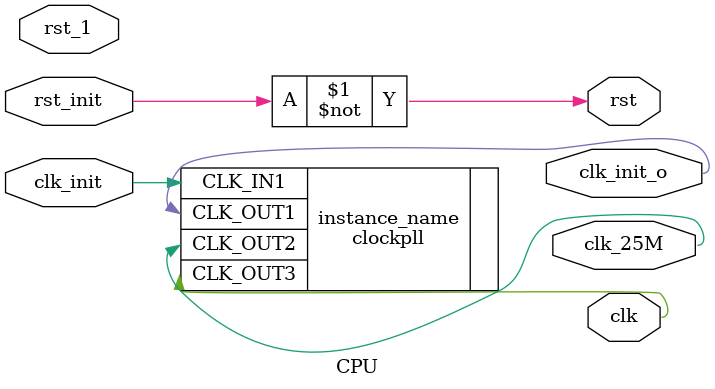
<source format=v>
`timescale 1ns / 1ps
module CPU(
	input wire clk_init,
	input wire rst_init,
	input wire rst_1,
	output wire clk,
	output wire rst,
	output wire clk_init_o,
	output wire clk_25M
    );

	assign rst = ~rst_init;
	
	clockpll instance_name (
		.CLK_IN1(clk_init),
		.CLK_OUT1(clk_init_o),   
		.CLK_OUT2(clk_25M),
		.CLK_OUT3(clk)   
    );

endmodule

</source>
